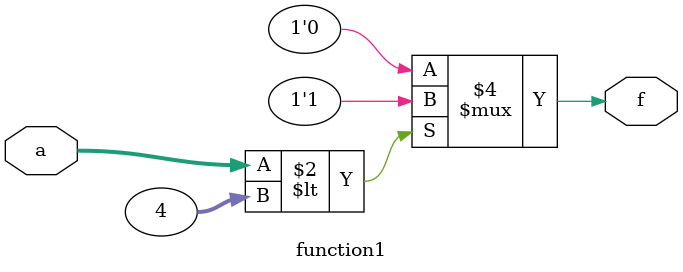
<source format=v>
`timescale 1ns / 1ps

module function1(
    input [3:0] a,
    output f
    );
reg f;

always@(a) begin
	if( a < 4 )
		f = 1;
	else
		f = 0;
end

endmodule

</source>
